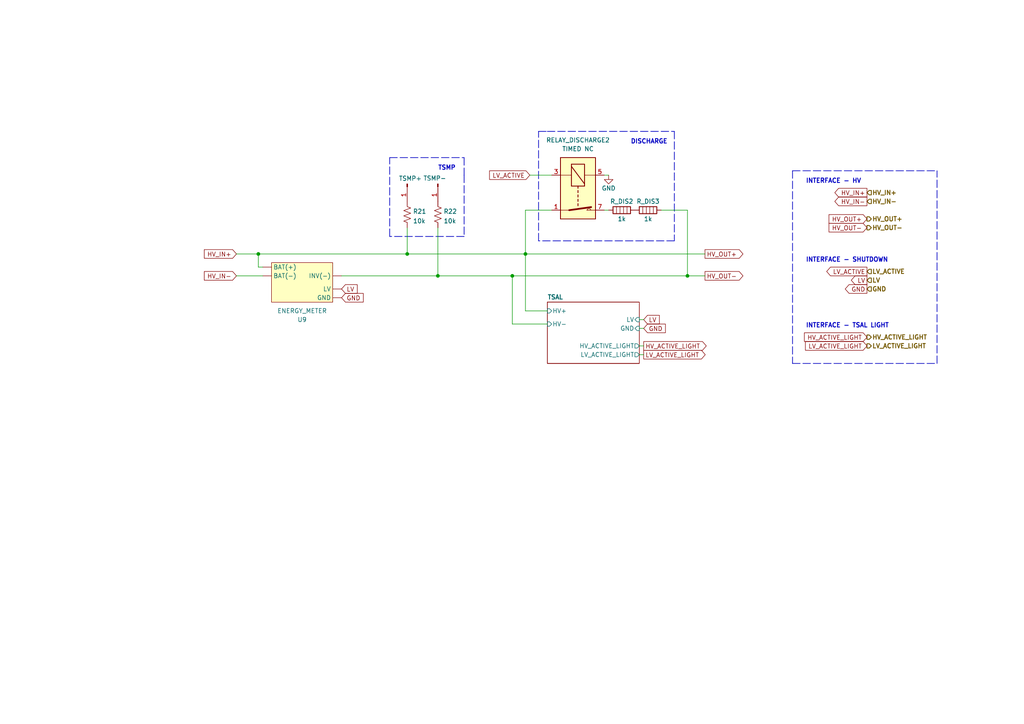
<source format=kicad_sch>
(kicad_sch (version 20211123) (generator eeschema)

  (uuid 7c790b85-3190-4d10-8ca5-7cfa6716b333)

  (paper "A4")

  (lib_symbols
    (symbol "A-FA_PARTS:ENERGY_METER" (in_bom yes) (on_board yes)
      (property "Reference" "U" (id 0) (at 0 10.16 0)
        (effects (font (size 1.27 1.27)))
      )
      (property "Value" "ENERGY_METER" (id 1) (at 0 7.62 0)
        (effects (font (size 1.27 1.27)))
      )
      (property "Footprint" "" (id 2) (at -3.81 5.08 0)
        (effects (font (size 1.27 1.27)) hide)
      )
      (property "Datasheet" "" (id 3) (at -3.81 5.08 0)
        (effects (font (size 1.27 1.27)) hide)
      )
      (symbol "ENERGY_METER_0_1"
        (rectangle (start -8.89 6.35) (end 8.89 -5.08)
          (stroke (width 0.1524) (type default) (color 0 0 0 0))
          (fill (type background))
        )
      )
      (symbol "ENERGY_METER_1_1"
        (pin input line (at -11.43 5.08 0) (length 2.54)
          (name "BAT(+)" (effects (font (size 1.27 1.27))))
          (number "" (effects (font (size 1.27 1.27))))
        )
        (pin input line (at -11.43 2.54 0) (length 2.54)
          (name "BAT(-)" (effects (font (size 1.27 1.27))))
          (number "" (effects (font (size 1.27 1.27))))
        )
        (pin input line (at 11.43 -3.81 180) (length 2.54)
          (name "GND" (effects (font (size 1.27 1.27))))
          (number "" (effects (font (size 1.27 1.27))))
        )
        (pin input line (at 11.43 2.54 180) (length 2.54)
          (name "INV(-)" (effects (font (size 1.27 1.27))))
          (number "" (effects (font (size 1.27 1.27))))
        )
        (pin input line (at 11.43 -1.27 180) (length 2.54)
          (name "LV" (effects (font (size 1.27 1.27))))
          (number "" (effects (font (size 1.27 1.27))))
        )
      )
    )
    (symbol "Connector:Conn_01x01_Male" (pin_names (offset 1.016) hide) (in_bom yes) (on_board yes)
      (property "Reference" "J" (id 0) (at 0 2.54 0)
        (effects (font (size 1.27 1.27)))
      )
      (property "Value" "Conn_01x01_Male" (id 1) (at 0 -2.54 0)
        (effects (font (size 1.27 1.27)))
      )
      (property "Footprint" "" (id 2) (at 0 0 0)
        (effects (font (size 1.27 1.27)) hide)
      )
      (property "Datasheet" "~" (id 3) (at 0 0 0)
        (effects (font (size 1.27 1.27)) hide)
      )
      (property "ki_keywords" "connector" (id 4) (at 0 0 0)
        (effects (font (size 1.27 1.27)) hide)
      )
      (property "ki_description" "Generic connector, single row, 01x01, script generated (kicad-library-utils/schlib/autogen/connector/)" (id 5) (at 0 0 0)
        (effects (font (size 1.27 1.27)) hide)
      )
      (property "ki_fp_filters" "Connector*:*" (id 6) (at 0 0 0)
        (effects (font (size 1.27 1.27)) hide)
      )
      (symbol "Conn_01x01_Male_1_1"
        (polyline
          (pts
            (xy 1.27 0)
            (xy 0.8636 0)
          )
          (stroke (width 0.1524) (type default) (color 0 0 0 0))
          (fill (type none))
        )
        (rectangle (start 0.8636 0.127) (end 0 -0.127)
          (stroke (width 0.1524) (type default) (color 0 0 0 0))
          (fill (type outline))
        )
        (pin passive line (at 5.08 0 180) (length 3.81)
          (name "Pin_1" (effects (font (size 1.27 1.27))))
          (number "1" (effects (font (size 1.27 1.27))))
        )
      )
    )
    (symbol "Device:Heater" (pin_numbers hide) (pin_names (offset 0)) (in_bom yes) (on_board yes)
      (property "Reference" "R" (id 0) (at 2.032 0 90)
        (effects (font (size 1.27 1.27)))
      )
      (property "Value" "Heater" (id 1) (at -2.032 0 90)
        (effects (font (size 1.27 1.27)))
      )
      (property "Footprint" "" (id 2) (at -1.778 0 90)
        (effects (font (size 1.27 1.27)) hide)
      )
      (property "Datasheet" "~" (id 3) (at 0 0 0)
        (effects (font (size 1.27 1.27)) hide)
      )
      (property "ki_keywords" "heater R resistor" (id 4) (at 0 0 0)
        (effects (font (size 1.27 1.27)) hide)
      )
      (property "ki_description" "Resistive heater" (id 5) (at 0 0 0)
        (effects (font (size 1.27 1.27)) hide)
      )
      (symbol "Heater_0_1"
        (rectangle (start -1.016 -2.54) (end 1.016 2.54)
          (stroke (width 0.254) (type default) (color 0 0 0 0))
          (fill (type none))
        )
        (polyline
          (pts
            (xy -1.016 1.524)
            (xy 1.016 1.524)
          )
          (stroke (width 0) (type default) (color 0 0 0 0))
          (fill (type none))
        )
        (polyline
          (pts
            (xy 1.016 -1.524)
            (xy -1.016 -1.524)
          )
          (stroke (width 0) (type default) (color 0 0 0 0))
          (fill (type none))
        )
        (polyline
          (pts
            (xy 1.016 -0.508)
            (xy -1.016 -0.508)
          )
          (stroke (width 0) (type default) (color 0 0 0 0))
          (fill (type none))
        )
        (polyline
          (pts
            (xy 1.016 0.508)
            (xy -1.016 0.508)
          )
          (stroke (width 0) (type default) (color 0 0 0 0))
          (fill (type none))
        )
      )
      (symbol "Heater_1_1"
        (pin passive line (at 0 3.81 270) (length 1.27)
          (name "~" (effects (font (size 1.27 1.27))))
          (number "1" (effects (font (size 1.27 1.27))))
        )
        (pin passive line (at 0 -3.81 90) (length 1.27)
          (name "~" (effects (font (size 1.27 1.27))))
          (number "2" (effects (font (size 1.27 1.27))))
        )
      )
    )
    (symbol "Device:R_US" (pin_numbers hide) (pin_names (offset 0)) (in_bom yes) (on_board yes)
      (property "Reference" "R" (id 0) (at 2.54 0 90)
        (effects (font (size 1.27 1.27)))
      )
      (property "Value" "R_US" (id 1) (at -2.54 0 90)
        (effects (font (size 1.27 1.27)))
      )
      (property "Footprint" "" (id 2) (at 1.016 -0.254 90)
        (effects (font (size 1.27 1.27)) hide)
      )
      (property "Datasheet" "~" (id 3) (at 0 0 0)
        (effects (font (size 1.27 1.27)) hide)
      )
      (property "ki_keywords" "R res resistor" (id 4) (at 0 0 0)
        (effects (font (size 1.27 1.27)) hide)
      )
      (property "ki_description" "Resistor, US symbol" (id 5) (at 0 0 0)
        (effects (font (size 1.27 1.27)) hide)
      )
      (property "ki_fp_filters" "R_*" (id 6) (at 0 0 0)
        (effects (font (size 1.27 1.27)) hide)
      )
      (symbol "R_US_0_1"
        (polyline
          (pts
            (xy 0 -2.286)
            (xy 0 -2.54)
          )
          (stroke (width 0) (type default) (color 0 0 0 0))
          (fill (type none))
        )
        (polyline
          (pts
            (xy 0 2.286)
            (xy 0 2.54)
          )
          (stroke (width 0) (type default) (color 0 0 0 0))
          (fill (type none))
        )
        (polyline
          (pts
            (xy 0 -0.762)
            (xy 1.016 -1.143)
            (xy 0 -1.524)
            (xy -1.016 -1.905)
            (xy 0 -2.286)
          )
          (stroke (width 0) (type default) (color 0 0 0 0))
          (fill (type none))
        )
        (polyline
          (pts
            (xy 0 0.762)
            (xy 1.016 0.381)
            (xy 0 0)
            (xy -1.016 -0.381)
            (xy 0 -0.762)
          )
          (stroke (width 0) (type default) (color 0 0 0 0))
          (fill (type none))
        )
        (polyline
          (pts
            (xy 0 2.286)
            (xy 1.016 1.905)
            (xy 0 1.524)
            (xy -1.016 1.143)
            (xy 0 0.762)
          )
          (stroke (width 0) (type default) (color 0 0 0 0))
          (fill (type none))
        )
      )
      (symbol "R_US_1_1"
        (pin passive line (at 0 3.81 270) (length 1.27)
          (name "~" (effects (font (size 1.27 1.27))))
          (number "1" (effects (font (size 1.27 1.27))))
        )
        (pin passive line (at 0 -3.81 90) (length 1.27)
          (name "~" (effects (font (size 1.27 1.27))))
          (number "2" (effects (font (size 1.27 1.27))))
        )
      )
    )
    (symbol "Relay:MSxx-1Bxx-75" (in_bom yes) (on_board yes)
      (property "Reference" "K" (id 0) (at 8.89 3.81 0)
        (effects (font (size 1.27 1.27)) (justify left))
      )
      (property "Value" "MSxx-1Bxx-75" (id 1) (at 8.89 1.27 0)
        (effects (font (size 1.27 1.27)) (justify left))
      )
      (property "Footprint" "Relay_THT:Relay_SPST_StandexMeder_MS_Form1AB" (id 2) (at 8.89 -1.27 0)
        (effects (font (size 1.27 1.27)) (justify left) hide)
      )
      (property "Datasheet" "https://standexelectronics.com/de/produkte/ms-reed-relais/" (id 3) (at 0 0 0)
        (effects (font (size 1.27 1.27)) hide)
      )
      (property "ki_keywords" "Single Pole Reed Relay SPST" (id 4) (at 0 0 0)
        (effects (font (size 1.27 1.27)) hide)
      )
      (property "ki_description" "Standex Meder MS reed relay, SPST, Opening Contact" (id 5) (at 0 0 0)
        (effects (font (size 1.27 1.27)) hide)
      )
      (property "ki_fp_filters" "Relay*SPST*StandexMeder*MS*Form1AB*" (id 6) (at 0 0 0)
        (effects (font (size 1.27 1.27)) hide)
      )
      (symbol "MSxx-1Bxx-75_0_0"
        (polyline
          (pts
            (xy 5.08 5.08)
            (xy 5.08 2.54)
            (xy 4.445 3.175)
            (xy 5.08 3.81)
          )
          (stroke (width 0) (type default) (color 0 0 0 0))
          (fill (type none))
        )
      )
      (symbol "MSxx-1Bxx-75_0_1"
        (rectangle (start -10.16 5.08) (end 7.62 -5.08)
          (stroke (width 0.254) (type default) (color 0 0 0 0))
          (fill (type background))
        )
        (rectangle (start -8.255 1.905) (end -1.905 -1.905)
          (stroke (width 0.254) (type default) (color 0 0 0 0))
          (fill (type none))
        )
        (polyline
          (pts
            (xy -7.62 -1.905)
            (xy -2.54 1.905)
          )
          (stroke (width 0.254) (type default) (color 0 0 0 0))
          (fill (type none))
        )
        (polyline
          (pts
            (xy -5.08 -5.08)
            (xy -5.08 -1.905)
          )
          (stroke (width 0) (type default) (color 0 0 0 0))
          (fill (type none))
        )
        (polyline
          (pts
            (xy -5.08 5.08)
            (xy -5.08 1.905)
          )
          (stroke (width 0) (type default) (color 0 0 0 0))
          (fill (type none))
        )
        (polyline
          (pts
            (xy -1.905 0)
            (xy -1.27 0)
          )
          (stroke (width 0.254) (type default) (color 0 0 0 0))
          (fill (type none))
        )
        (polyline
          (pts
            (xy -0.635 0)
            (xy 0 0)
          )
          (stroke (width 0.254) (type default) (color 0 0 0 0))
          (fill (type none))
        )
        (polyline
          (pts
            (xy 0.635 0)
            (xy 1.27 0)
          )
          (stroke (width 0.254) (type default) (color 0 0 0 0))
          (fill (type none))
        )
        (polyline
          (pts
            (xy 1.905 0)
            (xy 2.54 0)
          )
          (stroke (width 0.254) (type default) (color 0 0 0 0))
          (fill (type none))
        )
        (polyline
          (pts
            (xy 3.175 0)
            (xy 3.81 0)
          )
          (stroke (width 0.254) (type default) (color 0 0 0 0))
          (fill (type none))
        )
        (polyline
          (pts
            (xy 5.08 -2.54)
            (xy 4.191 3.81)
          )
          (stroke (width 0.508) (type default) (color 0 0 0 0))
          (fill (type none))
        )
        (polyline
          (pts
            (xy 5.08 -2.54)
            (xy 5.08 -5.08)
          )
          (stroke (width 0) (type default) (color 0 0 0 0))
          (fill (type none))
        )
      )
      (symbol "MSxx-1Bxx-75_1_1"
        (pin passive line (at 5.08 -7.62 90) (length 2.54)
          (name "~" (effects (font (size 1.27 1.27))))
          (number "1" (effects (font (size 1.27 1.27))))
        )
        (pin passive line (at -5.08 -7.62 90) (length 2.54)
          (name "~" (effects (font (size 1.27 1.27))))
          (number "3" (effects (font (size 1.27 1.27))))
        )
        (pin passive line (at -5.08 7.62 270) (length 2.54)
          (name "~" (effects (font (size 1.27 1.27))))
          (number "5" (effects (font (size 1.27 1.27))))
        )
        (pin passive line (at 5.08 7.62 270) (length 2.54)
          (name "~" (effects (font (size 1.27 1.27))))
          (number "7" (effects (font (size 1.27 1.27))))
        )
      )
    )
    (symbol "power:GND" (power) (pin_names (offset 0)) (in_bom yes) (on_board yes)
      (property "Reference" "#PWR" (id 0) (at 0 -6.35 0)
        (effects (font (size 1.27 1.27)) hide)
      )
      (property "Value" "GND" (id 1) (at 0 -3.81 0)
        (effects (font (size 1.27 1.27)))
      )
      (property "Footprint" "" (id 2) (at 0 0 0)
        (effects (font (size 1.27 1.27)) hide)
      )
      (property "Datasheet" "" (id 3) (at 0 0 0)
        (effects (font (size 1.27 1.27)) hide)
      )
      (property "ki_keywords" "power-flag" (id 4) (at 0 0 0)
        (effects (font (size 1.27 1.27)) hide)
      )
      (property "ki_description" "Power symbol creates a global label with name \"GND\" , ground" (id 5) (at 0 0 0)
        (effects (font (size 1.27 1.27)) hide)
      )
      (symbol "GND_0_1"
        (polyline
          (pts
            (xy 0 0)
            (xy 0 -1.27)
            (xy 1.27 -1.27)
            (xy 0 -2.54)
            (xy -1.27 -1.27)
            (xy 0 -1.27)
          )
          (stroke (width 0) (type default) (color 0 0 0 0))
          (fill (type none))
        )
      )
      (symbol "GND_1_1"
        (pin power_in line (at 0 0 270) (length 0) hide
          (name "GND" (effects (font (size 1.27 1.27))))
          (number "1" (effects (font (size 1.27 1.27))))
        )
      )
    )
  )

  (junction (at 118.11 73.66) (diameter 0) (color 0 0 0 0)
    (uuid 384e53d3-f3db-46bf-aaa6-6adfeede668e)
  )
  (junction (at 127 80.01) (diameter 0) (color 0 0 0 0)
    (uuid 3f7972e0-55dd-4b70-83bf-9af1e3643ef7)
  )
  (junction (at 152.4 73.66) (diameter 0) (color 0 0 0 0)
    (uuid 40147430-75f3-4901-978e-fbb941026134)
  )
  (junction (at 199.39 80.01) (diameter 0) (color 0 0 0 0)
    (uuid 76e763a5-5120-4d0e-a9c5-04317b1d724f)
  )
  (junction (at 74.93 73.66) (diameter 0) (color 0 0 0 0)
    (uuid a9611eb8-31e6-425a-8e53-d3ae96ecb22b)
  )
  (junction (at 148.59 80.01) (diameter 0) (color 0 0 0 0)
    (uuid abfa3146-247b-475d-b791-9e2a6def3c30)
  )

  (wire (pts (xy 118.11 66.04) (xy 118.11 73.66))
    (stroke (width 0) (type default) (color 0 0 0 0))
    (uuid 03702e79-ae65-488d-82f7-c563f4554a9a)
  )
  (polyline (pts (xy 134.62 50.8) (xy 134.62 68.58))
    (stroke (width 0.2) (type default) (color 0 0 0 0))
    (uuid 092f8ccd-9863-41b5-bc1e-fb785c830d4b)
  )
  (polyline (pts (xy 134.62 68.58) (xy 113.03 68.58))
    (stroke (width 0.2) (type default) (color 0 0 0 0))
    (uuid 10162b76-ae8e-419a-8fa6-6762c8ab01c3)
  )
  (polyline (pts (xy 113.03 45.72) (xy 134.62 45.72))
    (stroke (width 0.2) (type default) (color 0 0 0 0))
    (uuid 16385cb3-4569-49cb-9760-b19231723515)
  )

  (wire (pts (xy 158.75 93.98) (xy 148.59 93.98))
    (stroke (width 0) (type default) (color 0 0 0 0))
    (uuid 19eec256-430a-4971-aada-8039a2ba53af)
  )
  (wire (pts (xy 185.42 102.87) (xy 186.69 102.87))
    (stroke (width 0) (type default) (color 0 0 0 0))
    (uuid 295914cd-7766-4f01-9c43-439d1b7ab11e)
  )
  (wire (pts (xy 152.4 90.17) (xy 152.4 73.66))
    (stroke (width 0) (type default) (color 0 0 0 0))
    (uuid 3a136724-4b08-43aa-9112-a254a1ca900a)
  )
  (wire (pts (xy 158.75 90.17) (xy 152.4 90.17))
    (stroke (width 0) (type default) (color 0 0 0 0))
    (uuid 3b5f654c-2926-48e6-ada6-adc399ac8d6d)
  )
  (polyline (pts (xy 195.58 38.1) (xy 195.58 69.85))
    (stroke (width 0.2) (type default) (color 0 0 0 0))
    (uuid 464d960f-a1db-4fe7-bd1b-632d20be1a40)
  )
  (polyline (pts (xy 271.78 105.41) (xy 271.78 49.53))
    (stroke (width 0.2) (type default) (color 0 0 0 0))
    (uuid 47fe08c3-548b-49a6-a824-e11f1f261a2c)
  )

  (wire (pts (xy 185.42 92.71) (xy 186.69 92.71))
    (stroke (width 0) (type default) (color 0 0 0 0))
    (uuid 55f59da3-6f1b-476b-a25f-3e5e832cf695)
  )
  (polyline (pts (xy 195.58 69.85) (xy 156.21 69.85))
    (stroke (width 0.2) (type default) (color 0 0 0 0))
    (uuid 56b3d79e-8524-4990-b53c-8b76a1ff9ee3)
  )

  (wire (pts (xy 152.4 60.96) (xy 152.4 73.66))
    (stroke (width 0) (type default) (color 0 0 0 0))
    (uuid 5964fabe-b98a-4a67-acb7-c2fb1ffb122f)
  )
  (wire (pts (xy 68.58 80.01) (xy 76.2 80.01))
    (stroke (width 0) (type default) (color 0 0 0 0))
    (uuid 62b791db-3eb7-4d77-a963-5cbbbf7201a1)
  )
  (polyline (pts (xy 158.75 38.1) (xy 195.58 38.1))
    (stroke (width 0.2) (type default) (color 0 0 0 0))
    (uuid 6c7c62f6-8bf0-4930-a92c-534652aa27af)
  )

  (wire (pts (xy 199.39 60.96) (xy 199.39 80.01))
    (stroke (width 0) (type default) (color 0 0 0 0))
    (uuid 6cd3b388-1ebc-451c-8345-169d4260632f)
  )
  (polyline (pts (xy 229.87 105.41) (xy 271.78 105.41))
    (stroke (width 0.2) (type default) (color 0 0 0 0))
    (uuid 6deb9d3d-24fa-4d2c-b8ec-54d76c2f3549)
  )

  (wire (pts (xy 152.4 73.66) (xy 204.47 73.66))
    (stroke (width 0) (type default) (color 0 0 0 0))
    (uuid 749d6c0d-beaf-459f-aebf-b9b2a0ea6db2)
  )
  (wire (pts (xy 191.77 60.96) (xy 199.39 60.96))
    (stroke (width 0) (type default) (color 0 0 0 0))
    (uuid 75cadd77-3348-4e9b-b3fc-3ac4b35b466c)
  )
  (wire (pts (xy 148.59 80.01) (xy 199.39 80.01))
    (stroke (width 0) (type default) (color 0 0 0 0))
    (uuid 87f31b8f-19d1-4ea0-8a9c-5e0939949fc5)
  )
  (wire (pts (xy 176.53 50.8) (xy 175.26 50.8))
    (stroke (width 0) (type default) (color 0 0 0 0))
    (uuid 8d22b341-7c46-4f8d-ba93-f845393db476)
  )
  (wire (pts (xy 76.2 77.47) (xy 74.93 77.47))
    (stroke (width 0) (type default) (color 0 0 0 0))
    (uuid 9880b843-61f3-449b-8dc6-90a5ea50d7c8)
  )
  (wire (pts (xy 68.58 73.66) (xy 74.93 73.66))
    (stroke (width 0) (type default) (color 0 0 0 0))
    (uuid 9ad87614-7ef2-4eb8-ac51-3b1c9ea4ff9b)
  )
  (wire (pts (xy 99.06 80.01) (xy 127 80.01))
    (stroke (width 0) (type default) (color 0 0 0 0))
    (uuid 9ecc9593-274c-480e-b9c8-4fd2a7b7488f)
  )
  (wire (pts (xy 176.53 60.96) (xy 175.26 60.96))
    (stroke (width 0) (type default) (color 0 0 0 0))
    (uuid 9f69d37b-a605-407b-a97b-c40eaa49c59a)
  )
  (wire (pts (xy 160.02 60.96) (xy 152.4 60.96))
    (stroke (width 0) (type default) (color 0 0 0 0))
    (uuid a97fb80a-2549-42f2-9959-6c752b314245)
  )
  (wire (pts (xy 127 80.01) (xy 148.59 80.01))
    (stroke (width 0) (type default) (color 0 0 0 0))
    (uuid b07280e9-6363-4e7a-bb41-2daa04fc13fb)
  )
  (wire (pts (xy 185.42 100.33) (xy 186.69 100.33))
    (stroke (width 0) (type default) (color 0 0 0 0))
    (uuid b136cd0d-8737-4a2e-86b5-06b85d371e28)
  )
  (wire (pts (xy 118.11 73.66) (xy 152.4 73.66))
    (stroke (width 0) (type default) (color 0 0 0 0))
    (uuid b1b628e8-a5a4-4902-96ee-bbe12092cdf7)
  )
  (wire (pts (xy 127 66.04) (xy 127 80.01))
    (stroke (width 0) (type default) (color 0 0 0 0))
    (uuid bb0d1d61-4492-431b-9c0d-921b9cb1de5d)
  )
  (wire (pts (xy 74.93 73.66) (xy 118.11 73.66))
    (stroke (width 0) (type default) (color 0 0 0 0))
    (uuid bb91c0bb-ff37-4b58-8be7-921d7fc27de6)
  )
  (wire (pts (xy 74.93 77.47) (xy 74.93 73.66))
    (stroke (width 0) (type default) (color 0 0 0 0))
    (uuid c1c97f9b-d20f-4e25-83d9-ddcce9f21c3c)
  )
  (polyline (pts (xy 156.21 69.85) (xy 156.21 38.1))
    (stroke (width 0.2) (type default) (color 0 0 0 0))
    (uuid d2a04440-2c31-43d0-942e-3bcb31e3690f)
  )

  (wire (pts (xy 185.42 95.25) (xy 186.69 95.25))
    (stroke (width 0) (type default) (color 0 0 0 0))
    (uuid d33417f9-d268-4bfe-8287-309e42786ef4)
  )
  (polyline (pts (xy 134.62 45.72) (xy 134.62 50.8))
    (stroke (width 0.2) (type default) (color 0 0 0 0))
    (uuid d7711c58-7111-4385-9d3f-e0d830f23288)
  )
  (polyline (pts (xy 113.03 68.58) (xy 113.03 45.72))
    (stroke (width 0.2) (type default) (color 0 0 0 0))
    (uuid d8da12bb-2c80-4a0c-a4c0-7dbec6e82e18)
  )
  (polyline (pts (xy 229.87 49.53) (xy 229.87 105.41))
    (stroke (width 0.2) (type default) (color 0 0 0 0))
    (uuid e3d07fee-23d7-495e-9b23-422dc716352a)
  )
  (polyline (pts (xy 156.21 38.1) (xy 158.75 38.1))
    (stroke (width 0.2) (type default) (color 0 0 0 0))
    (uuid e4316269-a038-43ef-accd-3fee9eae28e2)
  )

  (wire (pts (xy 160.02 50.8) (xy 153.67 50.8))
    (stroke (width 0) (type default) (color 0 0 0 0))
    (uuid e4c553e1-1b7c-468c-9a48-05bd02711b5c)
  )
  (polyline (pts (xy 229.87 49.53) (xy 271.78 49.53))
    (stroke (width 0.2) (type default) (color 0 0 0 0))
    (uuid ee162f83-01eb-4548-a77d-8f9d7474d846)
  )

  (wire (pts (xy 148.59 80.01) (xy 148.59 93.98))
    (stroke (width 0) (type default) (color 0 0 0 0))
    (uuid ee6db436-4804-4ef4-ab3b-3f51156a1cdb)
  )
  (wire (pts (xy 199.39 80.01) (xy 204.47 80.01))
    (stroke (width 0) (type default) (color 0 0 0 0))
    (uuid fa784567-54e2-4d51-90ef-b143549adefe)
  )

  (text "INTERFACE - SHUTDOWN" (at 233.68 76.2 0)
    (effects (font (size 1.27 1.27) (thickness 0.254) bold) (justify left bottom))
    (uuid 02e095af-9921-48f6-9e5f-add4b5932351)
  )
  (text "INTERFACE - HV" (at 233.68 53.34 0)
    (effects (font (size 1.27 1.27) (thickness 0.254) bold) (justify left bottom))
    (uuid 316df732-417b-4139-9557-3b44d1af01de)
  )
  (text "INTERFACE - TSAL LIGHT\n" (at 233.68 95.25 0)
    (effects (font (size 1.27 1.27) (thickness 0.254) bold) (justify left bottom))
    (uuid 376f0caf-3438-4cd6-976a-478d3e6e5342)
  )
  (text "TSMP" (at 127 49.53 0)
    (effects (font (size 1.27 1.27) (thickness 0.254) bold) (justify left bottom))
    (uuid 817f568e-fe86-4707-841e-7062fe1e719e)
  )
  (text "DISCHARGE" (at 182.88 41.91 0)
    (effects (font (size 1.27 1.27) (thickness 0.254) bold) (justify left bottom))
    (uuid d3e5693a-a7df-42e3-b5a5-e42c0ff1981a)
  )

  (global_label "HV_ACTIVE_LIGHT" (shape input) (at 251.46 97.79 180) (fields_autoplaced)
    (effects (font (size 1.27 1.27)) (justify right))
    (uuid 01f9aac2-be2b-4dd4-b868-34f3c17af57a)
    (property "Intersheet References" "${INTERSHEET_REFS}" (id 0) (at 233.3231 97.7106 0)
      (effects (font (size 1.27 1.27)) (justify right) hide)
    )
  )
  (global_label "HV_IN-" (shape output) (at 251.46 58.42 180) (fields_autoplaced)
    (effects (font (size 1.27 1.27)) (justify right))
    (uuid 05d0b27e-8606-4a58-93d1-e319e89015b6)
    (property "Intersheet References" "${INTERSHEET_REFS}" (id 0) (at 242.1526 58.3406 0)
      (effects (font (size 1.27 1.27)) (justify right) hide)
    )
  )
  (global_label "LV" (shape input) (at 186.69 92.71 0) (fields_autoplaced)
    (effects (font (size 1.27 1.27)) (justify left))
    (uuid 09784991-6bd3-4872-a0cf-2a0ce017933e)
    (property "Intersheet References" "${INTERSHEET_REFS}" (id 0) (at 191.2198 92.6306 0)
      (effects (font (size 1.27 1.27)) (justify left) hide)
    )
  )
  (global_label "GND" (shape input) (at 99.06 86.36 0) (fields_autoplaced)
    (effects (font (size 1.27 1.27)) (justify left))
    (uuid 1b5673ae-1ea2-41a8-aa9c-75fd7c9e6e6c)
    (property "Intersheet References" "${INTERSHEET_REFS}" (id 0) (at 105.3436 86.2806 0)
      (effects (font (size 1.27 1.27)) (justify left) hide)
    )
  )
  (global_label "LV_ACTIVE" (shape output) (at 251.46 78.74 180) (fields_autoplaced)
    (effects (font (size 1.27 1.27)) (justify right))
    (uuid 1e8e366b-5a5b-4829-a07d-532ce46447ac)
    (property "Intersheet References" "${INTERSHEET_REFS}" (id 0) (at 239.794 78.6606 0)
      (effects (font (size 1.27 1.27)) (justify right) hide)
    )
  )
  (global_label "HV_OUT-" (shape input) (at 251.46 66.04 180) (fields_autoplaced)
    (effects (font (size 1.27 1.27)) (justify right))
    (uuid 36668a88-419a-460b-a989-1d5ff0c25503)
    (property "Intersheet References" "${INTERSHEET_REFS}" (id 0) (at 240.4593 65.9606 0)
      (effects (font (size 1.27 1.27)) (justify right) hide)
    )
  )
  (global_label "GND" (shape output) (at 251.46 83.82 180) (fields_autoplaced)
    (effects (font (size 1.27 1.27)) (justify right))
    (uuid 5387724f-d038-4119-9382-4b24f837ef2a)
    (property "Intersheet References" "${INTERSHEET_REFS}" (id 0) (at 245.1764 83.7406 0)
      (effects (font (size 1.27 1.27)) (justify right) hide)
    )
  )
  (global_label "HV_IN+" (shape input) (at 68.58 73.66 180) (fields_autoplaced)
    (effects (font (size 1.27 1.27)) (justify right))
    (uuid 68d0b13a-8843-4cb3-a070-ce5049345614)
    (property "Intersheet References" "${INTERSHEET_REFS}" (id 0) (at 59.2726 73.5806 0)
      (effects (font (size 1.27 1.27)) (justify right) hide)
    )
  )
  (global_label "HV_ACTIVE_LIGHT" (shape output) (at 186.69 100.33 0) (fields_autoplaced)
    (effects (font (size 1.27 1.27)) (justify left))
    (uuid 74c65be4-7e68-451e-b2ff-5337c47cab92)
    (property "Intersheet References" "${INTERSHEET_REFS}" (id 0) (at 204.8269 100.2506 0)
      (effects (font (size 1.27 1.27)) (justify left) hide)
    )
  )
  (global_label "HV_IN+" (shape output) (at 251.46 55.88 180) (fields_autoplaced)
    (effects (font (size 1.27 1.27)) (justify right))
    (uuid 7f2bf4f7-ce5f-44e2-b7a3-65dc6b6084d6)
    (property "Intersheet References" "${INTERSHEET_REFS}" (id 0) (at 242.1526 55.8006 0)
      (effects (font (size 1.27 1.27)) (justify right) hide)
    )
  )
  (global_label "HV_OUT-" (shape output) (at 204.47 80.01 0) (fields_autoplaced)
    (effects (font (size 1.27 1.27)) (justify left))
    (uuid 8e2b09dd-5e36-4ab8-a2e5-7867354c1ad6)
    (property "Intersheet References" "${INTERSHEET_REFS}" (id 0) (at 215.4707 79.9306 0)
      (effects (font (size 1.27 1.27)) (justify left) hide)
    )
  )
  (global_label "HV_IN-" (shape input) (at 68.58 80.01 180) (fields_autoplaced)
    (effects (font (size 1.27 1.27)) (justify right))
    (uuid c6aa845e-a587-4a66-9a00-c01dc180fea6)
    (property "Intersheet References" "${INTERSHEET_REFS}" (id 0) (at 59.2726 79.9306 0)
      (effects (font (size 1.27 1.27)) (justify right) hide)
    )
  )
  (global_label "LV" (shape input) (at 99.06 83.82 0) (fields_autoplaced)
    (effects (font (size 1.27 1.27)) (justify left))
    (uuid ce6f8090-6f1e-457a-8f13-2cf6aac1c7a6)
    (property "Intersheet References" "${INTERSHEET_REFS}" (id 0) (at 103.5898 83.7406 0)
      (effects (font (size 1.27 1.27)) (justify left) hide)
    )
  )
  (global_label "LV_ACTIVE_LIGHT" (shape output) (at 186.69 102.87 0) (fields_autoplaced)
    (effects (font (size 1.27 1.27)) (justify left))
    (uuid d779c705-d794-49b6-86cc-37ad45ec49d5)
    (property "Intersheet References" "${INTERSHEET_REFS}" (id 0) (at 204.5245 102.7906 0)
      (effects (font (size 1.27 1.27)) (justify left) hide)
    )
  )
  (global_label "GND" (shape input) (at 186.69 95.25 0) (fields_autoplaced)
    (effects (font (size 1.27 1.27)) (justify left))
    (uuid dae52d69-3912-40d6-80d2-2e7eca2d0432)
    (property "Intersheet References" "${INTERSHEET_REFS}" (id 0) (at 192.9736 95.1706 0)
      (effects (font (size 1.27 1.27)) (justify left) hide)
    )
  )
  (global_label "HV_OUT+" (shape output) (at 204.47 73.66 0) (fields_autoplaced)
    (effects (font (size 1.27 1.27)) (justify left))
    (uuid e4757e4d-2510-4a72-b408-6297bfc0fe24)
    (property "Intersheet References" "${INTERSHEET_REFS}" (id 0) (at 215.4707 73.5806 0)
      (effects (font (size 1.27 1.27)) (justify left) hide)
    )
  )
  (global_label "HV_OUT+" (shape input) (at 251.46 63.5 180) (fields_autoplaced)
    (effects (font (size 1.27 1.27)) (justify right))
    (uuid e81ba299-0427-4b90-b3de-0c6fa05359a3)
    (property "Intersheet References" "${INTERSHEET_REFS}" (id 0) (at 240.4593 63.4206 0)
      (effects (font (size 1.27 1.27)) (justify right) hide)
    )
  )
  (global_label "LV_ACTIVE" (shape input) (at 153.67 50.8 180) (fields_autoplaced)
    (effects (font (size 1.27 1.27)) (justify right))
    (uuid e8f4353a-6d42-4a8f-9b6b-b4c57d11a82b)
    (property "Intersheet References" "${INTERSHEET_REFS}" (id 0) (at 142.004 50.7206 0)
      (effects (font (size 1.27 1.27)) (justify right) hide)
    )
  )
  (global_label "LV_ACTIVE_LIGHT" (shape input) (at 251.46 100.33 180) (fields_autoplaced)
    (effects (font (size 1.27 1.27)) (justify right))
    (uuid ec56195d-2a69-413b-a35a-71482bbcaecb)
    (property "Intersheet References" "${INTERSHEET_REFS}" (id 0) (at 233.6255 100.2506 0)
      (effects (font (size 1.27 1.27)) (justify right) hide)
    )
  )
  (global_label "LV" (shape output) (at 251.46 81.28 180) (fields_autoplaced)
    (effects (font (size 1.27 1.27)) (justify right))
    (uuid ef0c2a25-76d3-46c8-ab4c-bed16dd93933)
    (property "Intersheet References" "${INTERSHEET_REFS}" (id 0) (at 246.9302 81.2006 0)
      (effects (font (size 1.27 1.27)) (justify right) hide)
    )
  )

  (hierarchical_label "HV_IN-" (shape input) (at 251.46 58.42 0)
    (effects (font (size 1.27 1.27) (thickness 0.254) bold) (justify left))
    (uuid 3d04a1a1-4e1f-4e13-b868-04acc9e11d86)
  )
  (hierarchical_label "GND" (shape input) (at 251.46 83.82 0)
    (effects (font (size 1.27 1.27) (thickness 0.254) bold) (justify left))
    (uuid 4ba110d9-e396-450d-be82-edca6053f1cd)
  )
  (hierarchical_label "HV_OUT+" (shape output) (at 251.46 63.5 0)
    (effects (font (size 1.27 1.27) (thickness 0.254) bold) (justify left))
    (uuid 6f7e2a79-1eb4-4b6f-88de-1219ef178c16)
  )
  (hierarchical_label "LV" (shape input) (at 251.46 81.28 0)
    (effects (font (size 1.27 1.27) (thickness 0.254) bold) (justify left))
    (uuid 7726005b-81ae-4a95-98a3-f7c10e0477e2)
  )
  (hierarchical_label "HV_OUT-" (shape output) (at 251.46 66.04 0)
    (effects (font (size 1.27 1.27) (thickness 0.254) bold) (justify left))
    (uuid 8400de29-0842-49be-8c29-f4b6a84af8b8)
  )
  (hierarchical_label "HV_ACTIVE_LIGHT" (shape output) (at 251.46 97.79 0)
    (effects (font (size 1.27 1.27) bold) (justify left))
    (uuid 9e6346ac-7034-4488-ad74-4aed3fbb5f7e)
  )
  (hierarchical_label "LV_ACTIVE" (shape input) (at 251.46 78.74 0)
    (effects (font (size 1.27 1.27) (thickness 0.254) bold) (justify left))
    (uuid a3334d32-d1ff-435f-a91e-fb9142710607)
  )
  (hierarchical_label "HV_IN+" (shape input) (at 251.46 55.88 0)
    (effects (font (size 1.27 1.27) (thickness 0.254) bold) (justify left))
    (uuid a3575cef-cb22-4b13-9718-83f91685aeaa)
  )
  (hierarchical_label "LV_ACTIVE_LIGHT" (shape output) (at 251.46 100.33 0)
    (effects (font (size 1.27 1.27) bold) (justify left))
    (uuid be0fb5cf-484b-4f41-a987-83e91ad9b7ea)
  )

  (symbol (lib_id "Relay:MSxx-1Bxx-75") (at 167.64 55.88 270) (unit 1)
    (in_bom yes) (on_board yes)
    (uuid 0324ae70-cea6-4a3b-9629-58d61bd00580)
    (property "Reference" "RELAY_DISCHARGE2" (id 0) (at 167.64 40.64 90))
    (property "Value" "TIMED NC" (id 1) (at 167.64 43.18 90))
    (property "Footprint" "Relay_THT:Relay_SPST_StandexMeder_MS_Form1AB" (id 2) (at 166.37 64.77 0)
      (effects (font (size 1.27 1.27)) (justify left) hide)
    )
    (property "Datasheet" "https://standexelectronics.com/de/produkte/ms-reed-relais/" (id 3) (at 167.64 55.88 0)
      (effects (font (size 1.27 1.27)) hide)
    )
    (pin "1" (uuid 247c56a0-f426-4538-af2b-285f2700e978))
    (pin "3" (uuid 200b1b7c-8cb5-42b2-ae66-a1e6575225d6))
    (pin "5" (uuid 3731b230-4d5e-4576-8c1a-e0e63404f7c9))
    (pin "7" (uuid 46da6d09-fa2a-4ff5-8e32-d0bc04199a71))
  )

  (symbol (lib_id "Device:Heater") (at 180.34 60.96 90) (unit 1)
    (in_bom yes) (on_board yes)
    (uuid 2e485d35-3b67-4b3a-b2a6-cfffbbcf1ea5)
    (property "Reference" "R_DIS2" (id 0) (at 180.34 58.42 90))
    (property "Value" "1k" (id 1) (at 180.34 63.5 90))
    (property "Footprint" "" (id 2) (at 180.34 62.738 90)
      (effects (font (size 1.27 1.27)) hide)
    )
    (property "Datasheet" "~" (id 3) (at 180.34 60.96 0)
      (effects (font (size 1.27 1.27)) hide)
    )
    (pin "1" (uuid 8a0dd8fd-2979-4059-99a5-d769c1232d4e))
    (pin "2" (uuid ea2e3c11-e2b5-4cd3-8691-017aec9c6142))
  )

  (symbol (lib_id "power:GND") (at 176.53 50.8 0) (unit 1)
    (in_bom yes) (on_board yes)
    (uuid 774fc312-641a-4b7a-8846-31bb9308baff)
    (property "Reference" "#PWR011" (id 0) (at 176.53 57.15 0)
      (effects (font (size 1.27 1.27)) hide)
    )
    (property "Value" "GND" (id 1) (at 176.53 54.61 0))
    (property "Footprint" "" (id 2) (at 176.53 50.8 0)
      (effects (font (size 1.27 1.27)) hide)
    )
    (property "Datasheet" "" (id 3) (at 176.53 50.8 0)
      (effects (font (size 1.27 1.27)) hide)
    )
    (pin "1" (uuid cfd6d692-a901-48e0-a2ac-47776cc14ac1))
  )

  (symbol (lib_id "Device:R_US") (at 127 62.23 0) (unit 1)
    (in_bom yes) (on_board yes) (fields_autoplaced)
    (uuid b138137c-4215-412d-94ac-ac88e52c3111)
    (property "Reference" "R22" (id 0) (at 128.651 61.3215 0)
      (effects (font (size 1.27 1.27)) (justify left))
    )
    (property "Value" "10k" (id 1) (at 128.651 64.0966 0)
      (effects (font (size 1.27 1.27)) (justify left))
    )
    (property "Footprint" "" (id 2) (at 128.016 62.484 90)
      (effects (font (size 1.27 1.27)) hide)
    )
    (property "Datasheet" "~" (id 3) (at 127 62.23 0)
      (effects (font (size 1.27 1.27)) hide)
    )
    (pin "1" (uuid 31b9ea28-9a85-474b-a123-3a4294ed34ce))
    (pin "2" (uuid f2e5fddf-3514-4f1c-b5ff-dbdc7a007faf))
  )

  (symbol (lib_id "Connector:Conn_01x01_Male") (at 127 53.34 270) (unit 1)
    (in_bom yes) (on_board yes)
    (uuid bc6b08d8-b129-4847-ab84-4e0164d26ccd)
    (property "Reference" "J2" (id 0) (at 125.73 55.2451 90)
      (effects (font (size 1.27 1.27)) (justify right) hide)
    )
    (property "Value" "TSMP-" (id 1) (at 129.45 51.7 90)
      (effects (font (size 1.27 1.27)) (justify right))
    )
    (property "Footprint" "" (id 2) (at 127 53.34 0)
      (effects (font (size 1.27 1.27)) hide)
    )
    (property "Datasheet" "~" (id 3) (at 127 53.34 0)
      (effects (font (size 1.27 1.27)) hide)
    )
    (pin "1" (uuid 182ee536-4183-4f6d-8fe0-7c3abe1401f1))
  )

  (symbol (lib_id "Device:Heater") (at 187.96 60.96 90) (unit 1)
    (in_bom yes) (on_board yes)
    (uuid c0e1a23f-f2f2-4678-9176-6a68cf4715a5)
    (property "Reference" "R_DIS3" (id 0) (at 187.96 58.42 90))
    (property "Value" "1k" (id 1) (at 187.96 63.5 90))
    (property "Footprint" "" (id 2) (at 187.96 62.738 90)
      (effects (font (size 1.27 1.27)) hide)
    )
    (property "Datasheet" "~" (id 3) (at 187.96 60.96 0)
      (effects (font (size 1.27 1.27)) hide)
    )
    (pin "1" (uuid 5cb03e1f-c5b3-411f-9c3e-64b2537c581d))
    (pin "2" (uuid cafa6a06-14b6-4c1f-9905-1e13bcee828d))
  )

  (symbol (lib_id "Connector:Conn_01x01_Male") (at 118.11 53.34 270) (unit 1)
    (in_bom yes) (on_board yes)
    (uuid c5a83b4c-db77-4eb3-8a52-19fad4265aab)
    (property "Reference" "Jw2" (id 0) (at 119.38 52.7049 90)
      (effects (font (size 1.27 1.27)) (justify left) hide)
    )
    (property "Value" "TSMP+" (id 1) (at 115.66 51.76 90)
      (effects (font (size 1.27 1.27)) (justify left))
    )
    (property "Footprint" "" (id 2) (at 118.11 53.34 0)
      (effects (font (size 1.27 1.27)) hide)
    )
    (property "Datasheet" "~" (id 3) (at 118.11 53.34 0)
      (effects (font (size 1.27 1.27)) hide)
    )
    (pin "1" (uuid 2c110fc7-d40d-4e49-9053-a094d5e965de))
  )

  (symbol (lib_id "Device:R_US") (at 118.11 62.23 0) (unit 1)
    (in_bom yes) (on_board yes) (fields_autoplaced)
    (uuid d0db9d0b-50d9-459c-9dc7-25ad6b62548f)
    (property "Reference" "R21" (id 0) (at 119.761 61.3215 0)
      (effects (font (size 1.27 1.27)) (justify left))
    )
    (property "Value" "10k" (id 1) (at 119.761 64.0966 0)
      (effects (font (size 1.27 1.27)) (justify left))
    )
    (property "Footprint" "" (id 2) (at 119.126 62.484 90)
      (effects (font (size 1.27 1.27)) hide)
    )
    (property "Datasheet" "~" (id 3) (at 118.11 62.23 0)
      (effects (font (size 1.27 1.27)) hide)
    )
    (pin "1" (uuid 9e0e4ef3-6ebb-46f8-a152-09a4b63888b3))
    (pin "2" (uuid d81038de-5035-4262-8e67-38ac57dbaa5e))
  )

  (symbol (lib_id "A-FA_PARTS:ENERGY_METER") (at 87.63 82.55 0) (unit 1)
    (in_bom yes) (on_board yes)
    (uuid d36c438e-79af-44b1-ba3f-5bb1cbdad350)
    (property "Reference" "U9" (id 0) (at 87.63 92.71 0))
    (property "Value" "ENERGY_METER" (id 1) (at 87.63 90.17 0))
    (property "Footprint" "" (id 2) (at 81.28 77.47 0)
      (effects (font (size 1.27 1.27)) hide)
    )
    (property "Datasheet" "" (id 3) (at 81.28 77.47 0)
      (effects (font (size 1.27 1.27)) hide)
    )
    (pin "" (uuid ae0423b3-c0e0-453c-90b8-87781a84152c))
    (pin "" (uuid ae0423b3-c0e0-453c-90b8-87781a84152c))
    (pin "" (uuid ae0423b3-c0e0-453c-90b8-87781a84152c))
    (pin "" (uuid ae0423b3-c0e0-453c-90b8-87781a84152c))
    (pin "" (uuid ae0423b3-c0e0-453c-90b8-87781a84152c))
  )

  (sheet (at 158.75 87.63) (size 26.67 17.78) (fields_autoplaced)
    (stroke (width 0.1524) (type solid) (color 0 0 0 0))
    (fill (color 0 0 0 0.0000))
    (uuid bd7a4227-de39-4fe2-ac1a-4873d6d64f15)
    (property "Sheet name" "TSAL" (id 0) (at 158.75 86.9184 0)
      (effects (font (size 1.27 1.27) bold) (justify left bottom))
    )
    (property "Sheet file" "TSAL.kicad_sch" (id 1) (at 158.75 105.9946 0)
      (effects (font (size 1.27 1.27)) (justify left top) hide)
    )
    (pin "HV+" input (at 158.75 90.17 180)
      (effects (font (size 1.27 1.27)) (justify left))
      (uuid 4e1cb22d-4e8f-4a6d-a92e-2e59101a2914)
    )
    (pin "HV-" input (at 158.75 93.98 180)
      (effects (font (size 1.27 1.27)) (justify left))
      (uuid 61c5b9a0-a0cc-40d7-8a12-fd8ad00495a9)
    )
    (pin "HV_ACTIVE_LIGHT" output (at 185.42 100.33 0)
      (effects (font (size 1.27 1.27)) (justify right))
      (uuid 3a1d7c30-374a-4642-8aed-e27d90c68faa)
    )
    (pin "LV_ACTIVE_LIGHT" output (at 185.42 102.87 0)
      (effects (font (size 1.27 1.27)) (justify right))
      (uuid 5a4b63a8-48f0-4d01-a4af-9ce6c8620529)
    )
    (pin "LV" input (at 185.42 92.71 0)
      (effects (font (size 1.27 1.27)) (justify right))
      (uuid dc4fa662-a66e-465b-b166-2c52b4a43333)
    )
    (pin "GND" input (at 185.42 95.25 0)
      (effects (font (size 1.27 1.27)) (justify right))
      (uuid 15fef5eb-7dd3-4608-81e9-d0e77ccf0674)
    )
  )
)

</source>
